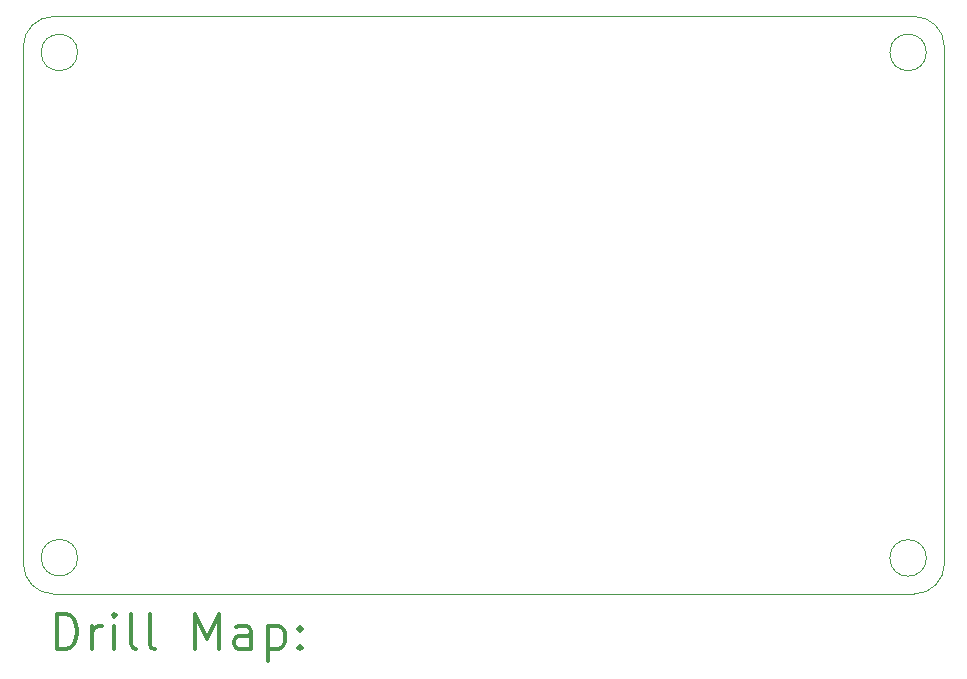
<source format=gbr>
%FSLAX45Y45*%
G04 Gerber Fmt 4.5, Leading zero omitted, Abs format (unit mm)*
G04 Created by KiCad (PCBNEW 5.1.10) date 2021-08-14 17:16:27*
%MOMM*%
%LPD*%
G01*
G04 APERTURE LIST*
%TA.AperFunction,Profile*%
%ADD10C,0.050000*%
%TD*%
%ADD11C,0.200000*%
%ADD12C,0.300000*%
G04 APERTURE END LIST*
D10*
X4826000Y-12636500D02*
X12115800Y-12636500D01*
X12115800Y-7747000D02*
X4826000Y-7747000D01*
X4572000Y-8001000D02*
X4572000Y-12382500D01*
X12369800Y-8001000D02*
X12369800Y-12382500D01*
X5031302Y-12329598D02*
G75*
G03*
X5031302Y-12329598I-154502J0D01*
G01*
X5031302Y-8051800D02*
G75*
G03*
X5031302Y-8051800I-154502J0D01*
G01*
X12217400Y-8051800D02*
G75*
G03*
X12217400Y-8051800I-154502J0D01*
G01*
X12217400Y-12331700D02*
G75*
G03*
X12217400Y-12331700I-154502J0D01*
G01*
X4826000Y-12636500D02*
G75*
G02*
X4572000Y-12382500I0J254000D01*
G01*
X4572000Y-8001000D02*
G75*
G02*
X4826000Y-7747000I254000J0D01*
G01*
X12115800Y-7747000D02*
G75*
G02*
X12369800Y-8001000I0J-254000D01*
G01*
X12369800Y-12382500D02*
G75*
G02*
X12115800Y-12636500I-254000J0D01*
G01*
D11*
D12*
X4855928Y-13104714D02*
X4855928Y-12804714D01*
X4927357Y-12804714D01*
X4970214Y-12819000D01*
X4998786Y-12847571D01*
X5013071Y-12876143D01*
X5027357Y-12933286D01*
X5027357Y-12976143D01*
X5013071Y-13033286D01*
X4998786Y-13061857D01*
X4970214Y-13090429D01*
X4927357Y-13104714D01*
X4855928Y-13104714D01*
X5155928Y-13104714D02*
X5155928Y-12904714D01*
X5155928Y-12961857D02*
X5170214Y-12933286D01*
X5184500Y-12919000D01*
X5213071Y-12904714D01*
X5241643Y-12904714D01*
X5341643Y-13104714D02*
X5341643Y-12904714D01*
X5341643Y-12804714D02*
X5327357Y-12819000D01*
X5341643Y-12833286D01*
X5355928Y-12819000D01*
X5341643Y-12804714D01*
X5341643Y-12833286D01*
X5527357Y-13104714D02*
X5498786Y-13090429D01*
X5484500Y-13061857D01*
X5484500Y-12804714D01*
X5684500Y-13104714D02*
X5655928Y-13090429D01*
X5641643Y-13061857D01*
X5641643Y-12804714D01*
X6027357Y-13104714D02*
X6027357Y-12804714D01*
X6127357Y-13019000D01*
X6227357Y-12804714D01*
X6227357Y-13104714D01*
X6498786Y-13104714D02*
X6498786Y-12947571D01*
X6484500Y-12919000D01*
X6455928Y-12904714D01*
X6398786Y-12904714D01*
X6370214Y-12919000D01*
X6498786Y-13090429D02*
X6470214Y-13104714D01*
X6398786Y-13104714D01*
X6370214Y-13090429D01*
X6355928Y-13061857D01*
X6355928Y-13033286D01*
X6370214Y-13004714D01*
X6398786Y-12990429D01*
X6470214Y-12990429D01*
X6498786Y-12976143D01*
X6641643Y-12904714D02*
X6641643Y-13204714D01*
X6641643Y-12919000D02*
X6670214Y-12904714D01*
X6727357Y-12904714D01*
X6755928Y-12919000D01*
X6770214Y-12933286D01*
X6784500Y-12961857D01*
X6784500Y-13047571D01*
X6770214Y-13076143D01*
X6755928Y-13090429D01*
X6727357Y-13104714D01*
X6670214Y-13104714D01*
X6641643Y-13090429D01*
X6913071Y-13076143D02*
X6927357Y-13090429D01*
X6913071Y-13104714D01*
X6898786Y-13090429D01*
X6913071Y-13076143D01*
X6913071Y-13104714D01*
X6913071Y-12919000D02*
X6927357Y-12933286D01*
X6913071Y-12947571D01*
X6898786Y-12933286D01*
X6913071Y-12919000D01*
X6913071Y-12947571D01*
M02*

</source>
